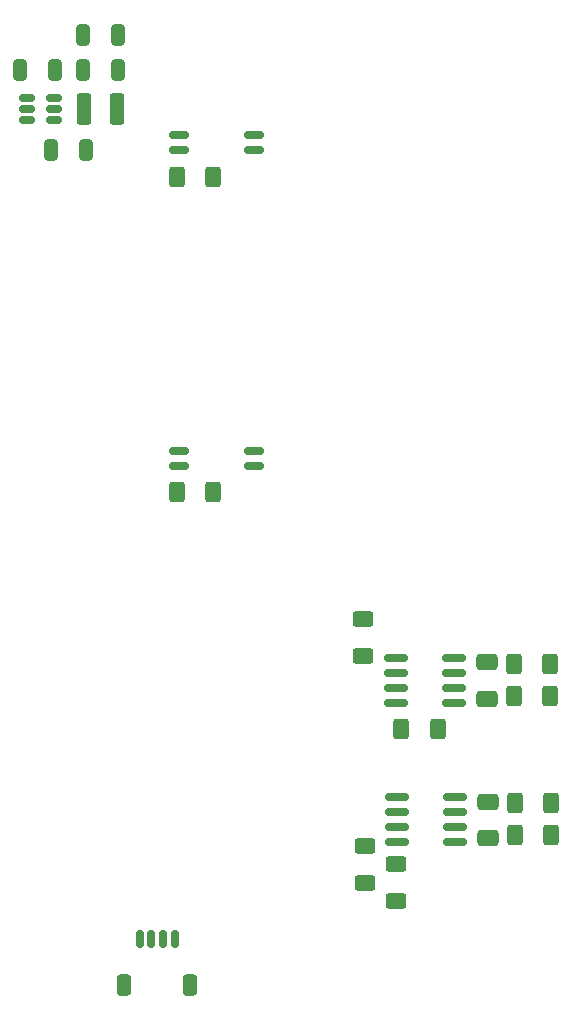
<source format=gbr>
%TF.GenerationSoftware,KiCad,Pcbnew,8.0.5*%
%TF.CreationDate,2024-09-29T22:12:38-04:00*%
%TF.ProjectId,BREAD_Slice,42524541-445f-4536-9c69-63652e6b6963,rev?*%
%TF.SameCoordinates,PX74eba40PY8552dc0*%
%TF.FileFunction,Paste,Bot*%
%TF.FilePolarity,Positive*%
%FSLAX46Y46*%
G04 Gerber Fmt 4.6, Leading zero omitted, Abs format (unit mm)*
G04 Created by KiCad (PCBNEW 8.0.5) date 2024-09-29 22:12:38*
%MOMM*%
%LPD*%
G01*
G04 APERTURE LIST*
G04 Aperture macros list*
%AMRoundRect*
0 Rectangle with rounded corners*
0 $1 Rounding radius*
0 $2 $3 $4 $5 $6 $7 $8 $9 X,Y pos of 4 corners*
0 Add a 4 corners polygon primitive as box body*
4,1,4,$2,$3,$4,$5,$6,$7,$8,$9,$2,$3,0*
0 Add four circle primitives for the rounded corners*
1,1,$1+$1,$2,$3*
1,1,$1+$1,$4,$5*
1,1,$1+$1,$6,$7*
1,1,$1+$1,$8,$9*
0 Add four rect primitives between the rounded corners*
20,1,$1+$1,$2,$3,$4,$5,0*
20,1,$1+$1,$4,$5,$6,$7,0*
20,1,$1+$1,$6,$7,$8,$9,0*
20,1,$1+$1,$8,$9,$2,$3,0*%
G04 Aperture macros list end*
%ADD10RoundRect,0.150000X0.662500X0.150000X-0.662500X0.150000X-0.662500X-0.150000X0.662500X-0.150000X0*%
%ADD11RoundRect,0.250000X0.625000X-0.400000X0.625000X0.400000X-0.625000X0.400000X-0.625000X-0.400000X0*%
%ADD12RoundRect,0.150000X0.150000X0.625000X-0.150000X0.625000X-0.150000X-0.625000X0.150000X-0.625000X0*%
%ADD13RoundRect,0.250000X0.350000X0.650000X-0.350000X0.650000X-0.350000X-0.650000X0.350000X-0.650000X0*%
%ADD14RoundRect,0.250000X-0.400000X-0.625000X0.400000X-0.625000X0.400000X0.625000X-0.400000X0.625000X0*%
%ADD15RoundRect,0.250000X-0.325000X-0.650000X0.325000X-0.650000X0.325000X0.650000X-0.325000X0.650000X0*%
%ADD16RoundRect,0.250000X-0.625000X0.400000X-0.625000X-0.400000X0.625000X-0.400000X0.625000X0.400000X0*%
%ADD17RoundRect,0.150000X0.825000X0.150000X-0.825000X0.150000X-0.825000X-0.150000X0.825000X-0.150000X0*%
%ADD18RoundRect,0.250000X0.650000X-0.412500X0.650000X0.412500X-0.650000X0.412500X-0.650000X-0.412500X0*%
%ADD19RoundRect,0.250000X-0.375000X-1.075000X0.375000X-1.075000X0.375000X1.075000X-0.375000X1.075000X0*%
%ADD20RoundRect,0.250000X0.325000X0.650000X-0.325000X0.650000X-0.325000X-0.650000X0.325000X-0.650000X0*%
%ADD21RoundRect,0.150000X-0.512500X-0.150000X0.512500X-0.150000X0.512500X0.150000X-0.512500X0.150000X0*%
%ADD22RoundRect,0.250000X0.400000X0.625000X-0.400000X0.625000X-0.400000X-0.625000X0.400000X-0.625000X0*%
G04 APERTURE END LIST*
D10*
%TO.C,U4*%
X28187500Y73535000D03*
X28187500Y72265000D03*
X21812500Y72265000D03*
X21812500Y73535000D03*
%TD*%
D11*
%TO.C,R3*%
X40183810Y8660000D03*
X40183810Y11760000D03*
%TD*%
%TO.C,R2*%
X37400000Y29400000D03*
X37400000Y32500000D03*
%TD*%
D12*
%TO.C,J1*%
X21510000Y5400000D03*
X20510000Y5400000D03*
X19510000Y5400000D03*
X18510000Y5400000D03*
D13*
X22810000Y1525000D03*
X17210000Y1525000D03*
%TD*%
D14*
%TO.C,FB3*%
X50283810Y14210000D03*
X53383810Y14210000D03*
%TD*%
D15*
%TO.C,C3*%
X13725000Y79000000D03*
X16675000Y79000000D03*
%TD*%
D16*
%TO.C,R4*%
X37583810Y13260000D03*
X37583810Y10160000D03*
%TD*%
D14*
%TO.C,FB4*%
X50283810Y16900000D03*
X53383810Y16900000D03*
%TD*%
%TO.C,R5*%
X21650000Y69900000D03*
X24750000Y69900000D03*
%TD*%
D17*
%TO.C,U3*%
X45258810Y17415000D03*
X45258810Y16145000D03*
X45258810Y14875000D03*
X45258810Y13605000D03*
X40308810Y13605000D03*
X40308810Y14875000D03*
X40308810Y16145000D03*
X40308810Y17415000D03*
%TD*%
D18*
%TO.C,C5*%
X47950000Y25737500D03*
X47950000Y28862500D03*
%TD*%
D15*
%TO.C,C4*%
X13725000Y82000000D03*
X16675000Y82000000D03*
%TD*%
D14*
%TO.C,R6*%
X21650000Y43300000D03*
X24750000Y43300000D03*
%TD*%
D19*
%TO.C,L1*%
X13800000Y75700000D03*
X16600000Y75700000D03*
%TD*%
D20*
%TO.C,C1*%
X11375000Y79000000D03*
X8425000Y79000000D03*
%TD*%
D14*
%TO.C,FB2*%
X50200000Y28700000D03*
X53300000Y28700000D03*
%TD*%
D10*
%TO.C,U5*%
X28187500Y46735000D03*
X28187500Y45465000D03*
X21812500Y45465000D03*
X21812500Y46735000D03*
%TD*%
D17*
%TO.C,U2*%
X45175000Y29215000D03*
X45175000Y27945000D03*
X45175000Y26675000D03*
X45175000Y25405000D03*
X40225000Y25405000D03*
X40225000Y26675000D03*
X40225000Y27945000D03*
X40225000Y29215000D03*
%TD*%
D21*
%TO.C,U1*%
X8962500Y74750000D03*
X8962500Y75700000D03*
X8962500Y76650000D03*
X11237500Y76650000D03*
X11237500Y75700000D03*
X11237500Y74750000D03*
%TD*%
D14*
%TO.C,FB1*%
X50200000Y26010000D03*
X53300000Y26010000D03*
%TD*%
D20*
%TO.C,C2*%
X13975000Y72200000D03*
X11025000Y72200000D03*
%TD*%
D22*
%TO.C,R1*%
X43750000Y23200000D03*
X40650000Y23200000D03*
%TD*%
D18*
%TO.C,C6*%
X48033810Y13937500D03*
X48033810Y17062500D03*
%TD*%
M02*

</source>
